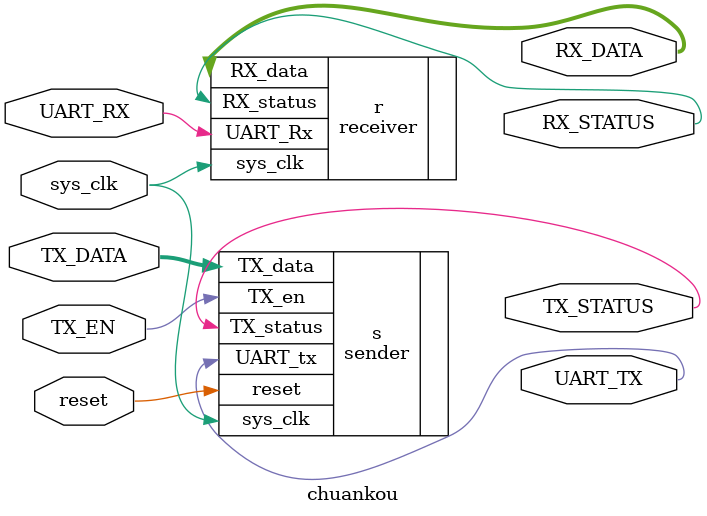
<source format=v>
module chuankou(sys_clk,UART_RX,reset,UART_TX,RX_STATUS,TX_STATUS,RX_DATA,TX_DATA,TX_EN);
	input sys_clk,UART_RX,reset;
	input TX_EN;
	input [7:0] TX_DATA;
	output UART_TX;
	output [7:0]RX_DATA;
	output RX_STATUS;
	output TX_STATUS;


	wire [7:0]RX_DATA;
	wire RX_STATUS;
	wire [7:0]TX_DATA;
	wire TX_EN;
	wire TX_STATUS;


	receiver r(.sys_clk(sys_clk),.UART_Rx(UART_RX),.RX_data(RX_DATA),.RX_status(RX_STATUS));
	sender s(.sys_clk(sys_clk),.reset(reset),.TX_data(TX_DATA),.TX_en(TX_EN),
	         .TX_status(TX_STATUS),.UART_tx(UART_TX));

endmodule // chuankou
</source>
